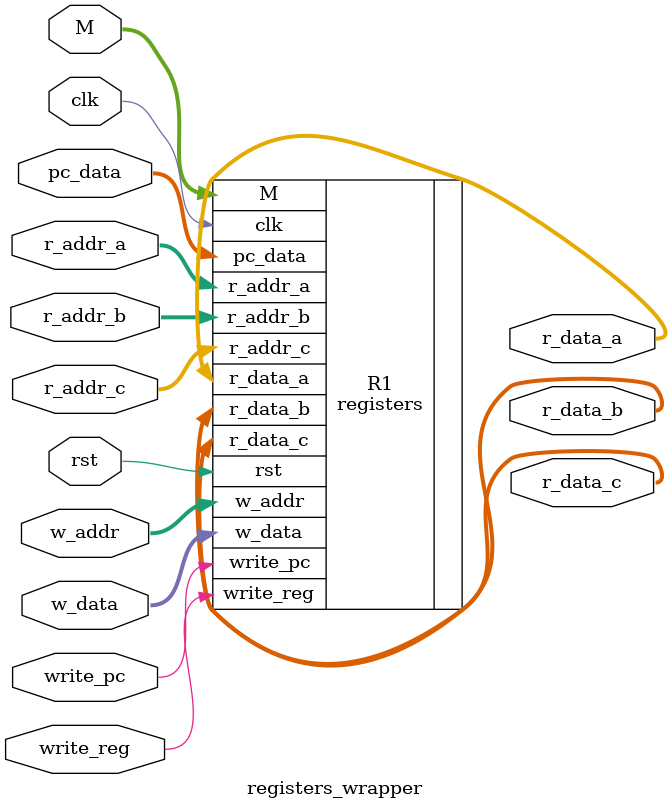
<source format=v>
`timescale 1ns/1ps
module registers_wrapper(
    input [3:0]r_addr_a,
    input [3:0]r_addr_b,
    input [3:0]r_addr_c,
    input [3:0]w_addr,
    input [31:0]w_data,
    input write_reg,
    input write_pc,
    input [31:0]pc_data,
    input [4:0]M,
    input clk,
    input rst,

    output [31:0]r_data_a,
    output [31:0]r_data_b,
    output [31:0]r_data_c
);

registers R1(
    .r_addr_a(r_addr_a),
    .r_addr_b(r_addr_b),
    .r_addr_c(r_addr_c),
    .w_addr(w_addr),
    .w_data(w_data),
    .write_reg(write_reg),
    .write_pc(write_pc),
    .pc_data(pc_data),
    .M(M),
    .clk(clk),
    .rst(rst),

    .r_data_a(r_data_a),
    .r_data_b(r_data_b),
    .r_data_c(r_data_c)
);

initial begin
    $dumpfile("../vcd/async_register.vcd");
    $dumpvars();
end

endmodule
</source>
